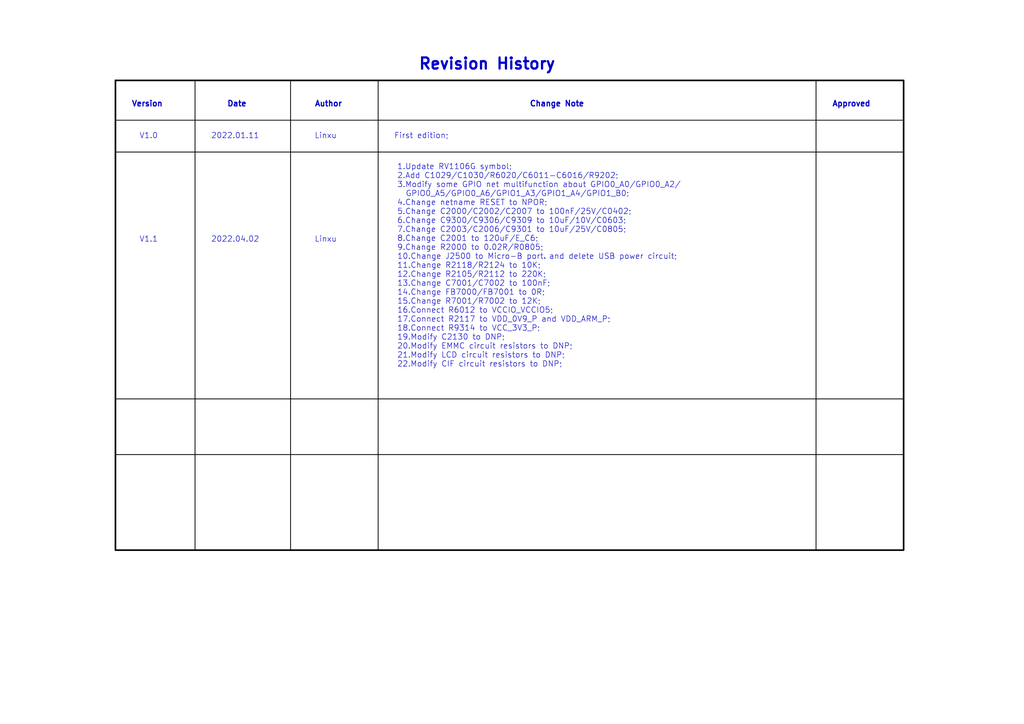
<source format=kicad_sch>
(kicad_sch
	(version 20250114)
	(generator "eeschema")
	(generator_version "9.0")
	(uuid "a16f6504-9c29-4b66-ace3-e40603b5faf7")
	(paper "User" 326.7 231)
	(lib_symbols)
	(rectangle
		(start 288.29 25.654)
		(end 36.83 175.514)
		(stroke
			(width 0.508)
			(type solid)
			(color 0 0 0 1)
		)
		(fill
			(type none)
		)
		(uuid bfa83f1d-d7a6-45cf-8626-6ad8cd105c95)
	)
	(text "2022.04.02"
		(exclude_from_sim no)
		(at 67.31 77.47 0)
		(effects
			(font
				(size 1.778 1.778)
			)
			(justify left bottom)
		)
		(uuid "2459caa1-6d81-4e99-a742-5e5261c2f290")
	)
	(text "V1.0"
		(exclude_from_sim no)
		(at 44.45 44.45 0)
		(effects
			(font
				(size 1.778 1.778)
			)
			(justify left bottom)
		)
		(uuid "4b10e039-700f-4c68-a2b0-5573c1aab4f3")
	)
	(text "Version"
		(exclude_from_sim no)
		(at 41.91 34.29 0)
		(effects
			(font
				(size 1.778 1.778)
				(thickness 0.3556)
				(bold yes)
			)
			(justify left bottom)
		)
		(uuid "50dd4341-7f43-4aea-8916-27d709f1fb1a")
	)
	(text "Linxu"
		(exclude_from_sim no)
		(at 100.33 44.45 0)
		(effects
			(font
				(size 1.778 1.778)
			)
			(justify left bottom)
		)
		(uuid "6dd589c2-b630-41d4-b641-280effc1eca3")
	)
	(text "Linxu"
		(exclude_from_sim no)
		(at 100.33 77.47 0)
		(effects
			(font
				(size 1.778 1.778)
			)
			(justify left bottom)
		)
		(uuid "70d16ceb-28c3-4266-a03e-96a9feae12c0")
	)
	(text "Approved"
		(exclude_from_sim no)
		(at 265.43 34.29 0)
		(effects
			(font
				(size 1.778 1.778)
				(thickness 0.3556)
				(bold yes)
			)
			(justify left bottom)
		)
		(uuid "747e08d1-380c-438c-a38c-5083fe7d2fdd")
	)
	(text "2022.01.11"
		(exclude_from_sim no)
		(at 67.31 44.45 0)
		(effects
			(font
				(size 1.778 1.778)
			)
			(justify left bottom)
		)
		(uuid "7e099f38-af19-4de8-a9c2-820c55f6e702")
	)
	(text "Change Note"
		(exclude_from_sim no)
		(at 168.91 34.29 0)
		(effects
			(font
				(size 1.778 1.778)
				(thickness 0.3556)
				(bold yes)
			)
			(justify left bottom)
		)
		(uuid "9af00cd5-29f8-4a76-adb1-1b1d95dee2a1")
	)
	(text "First edition;"
		(exclude_from_sim no)
		(at 125.73 44.45 0)
		(effects
			(font
				(size 1.778 1.778)
			)
			(justify left bottom)
		)
		(uuid "a78a33bb-7721-4535-bee1-2e1302fbbac5")
	)
	(text "Date"
		(exclude_from_sim no)
		(at 72.39 34.29 0)
		(effects
			(font
				(size 1.778 1.778)
				(thickness 0.3556)
				(bold yes)
			)
			(justify left bottom)
		)
		(uuid "bbf1f8b5-a93f-47ea-b279-7fe5cc761eec")
	)
	(text "Revision History"
		(exclude_from_sim no)
		(at 133.35 22.606 0)
		(effects
			(font
				(size 3.556 3.556)
				(thickness 0.7112)
				(bold yes)
			)
			(justify left bottom)
		)
		(uuid "bd7d6688-1dc2-4e7b-b368-797e116fd46a")
	)
	(text "V1.1"
		(exclude_from_sim no)
		(at 44.45 77.47 0)
		(effects
			(font
				(size 1.778 1.778)
			)
			(justify left bottom)
		)
		(uuid "c6819f69-4e04-4e6f-8b7a-55d236621282")
	)
	(text "Author"
		(exclude_from_sim no)
		(at 100.33 34.29 0)
		(effects
			(font
				(size 1.778 1.778)
				(thickness 0.3556)
				(bold yes)
			)
			(justify left bottom)
		)
		(uuid "fcc7a056-54ff-4cdd-a443-ee3beb1d7318")
	)
	(text_box "1.Update RV1106G symbol;\n2.Add C1029/C1030/R6020/C6011-C6016/R9202;\n3.Modify some GPIO net multifunction about GPIO0_A0/GPIO0_A2/\n  GPIO0_A5/GPIO0_A6/GPIO1_A3/GPIO1_A4/GPIO1_B0;\n4.Change netname RESET to NPOR;\n5.Change C2000/C2002/C2007 to 100nF/25V/C0402;\n6.Change C9300/C9306/C9309 to 10uF/10V/C0603;\n7.Change C2003/C2006/C9301 to 10uF/25V/C0805;\n8.Change C2001 to 120uF/E_C6;\n9.Change R2000 to 0.02R/R0805;\n10.Change J2500 to Micro-B port，and delete USB power circuit;\n11.Change R2118/R2124 to 10K;\n12.Change R2105/R2112 to 220K;\n13.Change C7001/C7002 to 100nF;\n14.Change FB7000/FB7001 to 0R;\n15.Change R7001/R7002 to 12K;\n16.Connect R6012 to VCCIO_VCCIO5;\n17.Connect R2117 to VDD_0V9_P and VDD_ARM_P;\n18.Connect R9314 to VCC_3V3_P;\n19.Modify C2130 to DNP;\n20.Modify EMMC circuit resistors to DNP;\n21.Modify LCD circuit resistors to DNP;\n22.Modify CIF circuit resistors to DNP;"
		(exclude_from_sim no)
		(at 252.73 132.842 0)
		(size -127 -81.788)
		(margins 0.9525 0.9525 0.9525 0.9525)
		(stroke
			(width -0.0001)
			(type default)
			(color 0 0 0 1)
		)
		(fill
			(type none)
		)
		(effects
			(font
				(size 1.778 1.778)
			)
			(justify left top)
		)
		(uuid "7519ffd8-92d8-49f9-9e9b-fe22acf94db7")
	)
	(polyline
		(pts
			(xy 120.65 25.654) (xy 120.65 175.514)
		)
		(stroke
			(width 0.254)
			(type solid)
			(color 0 0 0 1)
		)
		(uuid "429cf275-9f3c-4d33-a162-703a7e7d9a9c")
	)
	(polyline
		(pts
			(xy 260.35 25.654) (xy 260.35 175.514)
		)
		(stroke
			(width 0.254)
			(type solid)
			(color 0 0 0 1)
		)
		(uuid "45fd1f4a-b43d-479e-bb47-1970a3f0b51d")
	)
	(polyline
		(pts
			(xy 92.71 25.654) (xy 92.71 175.514)
		)
		(stroke
			(width 0.254)
			(type solid)
			(color 0 0 0 1)
		)
		(uuid "88d18f14-bf90-4437-8c7a-8aed6a6ed77b")
	)
	(polyline
		(pts
			(xy 36.83 38.354) (xy 288.29 38.354)
		)
		(stroke
			(width 0.254)
			(type solid)
			(color 0 0 0 1)
		)
		(uuid "b4ad15c0-5114-4199-9e26-3bc4f28afb36")
	)
	(polyline
		(pts
			(xy 62.23 25.654) (xy 62.23 175.514)
		)
		(stroke
			(width 0.254)
			(type solid)
			(color 0 0 0 1)
		)
		(uuid "c14a3402-d20c-4906-a7c2-b7be884f3b7a")
	)
	(polyline
		(pts
			(xy 36.83 48.514) (xy 288.29 48.514)
		)
		(stroke
			(width 0.254)
			(type solid)
			(color 0 0 0 1)
		)
		(uuid "d1c8abd6-bb1f-4d59-98cc-07be2a0af047")
	)
	(polyline
		(pts
			(xy 36.83 127.254) (xy 288.29 127.254)
		)
		(stroke
			(width 0.254)
			(type solid)
			(color 0 0 0 1)
		)
		(uuid "da7455bc-08ca-4374-a6bb-c878be325b23")
	)
	(polyline
		(pts
			(xy 36.83 145.034) (xy 288.29 145.034)
		)
		(stroke
			(width 0.254)
			(type solid)
			(color 0 0 0 1)
		)
		(uuid "e4ac345a-2d57-46cf-9e5e-53422b7c6b56")
	)
)

</source>
